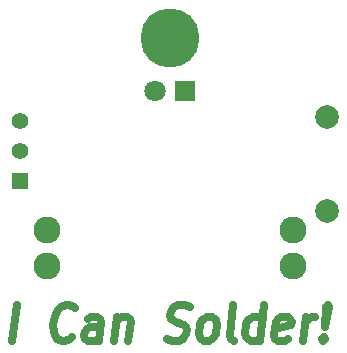
<source format=gts>
G04 #@! TF.FileFunction,Soldermask,Top*
%FSLAX46Y46*%
G04 Gerber Fmt 4.6, Leading zero omitted, Abs format (unit mm)*
G04 Created by KiCad (PCBNEW 4.0.7) date 02/23/20 08:48:36*
%MOMM*%
%LPD*%
G01*
G04 APERTURE LIST*
%ADD10C,0.100000*%
%ADD11C,0.687500*%
%ADD12C,1.800000*%
%ADD13R,1.800000X1.800000*%
%ADD14C,1.998980*%
%ADD15C,5.000000*%
%ADD16C,2.286000*%
%ADD17R,1.397000X1.397000*%
%ADD18C,1.397000*%
G04 APERTURE END LIST*
D10*
D11*
X161945268Y-100544143D02*
X162320268Y-97544143D01*
X166957172Y-100258429D02*
X166808363Y-100401286D01*
X166397649Y-100544143D01*
X166135744Y-100544143D01*
X165760744Y-100401286D01*
X165534554Y-100115571D01*
X165439316Y-99829857D01*
X165379792Y-99258429D01*
X165433364Y-98829857D01*
X165635744Y-98258429D01*
X165802411Y-97972714D01*
X166100030Y-97687000D01*
X166510744Y-97544143D01*
X166772649Y-97544143D01*
X167147649Y-97687000D01*
X167260744Y-97829857D01*
X169278601Y-100544143D02*
X169475030Y-98972714D01*
X169379792Y-98687000D01*
X169135744Y-98544143D01*
X168611935Y-98544143D01*
X168332173Y-98687000D01*
X169296458Y-100401286D02*
X169016697Y-100544143D01*
X168361935Y-100544143D01*
X168117887Y-100401286D01*
X168022650Y-100115571D01*
X168058364Y-99829857D01*
X168225030Y-99544143D01*
X168504792Y-99401286D01*
X169159554Y-99401286D01*
X169439315Y-99258429D01*
X170838125Y-98544143D02*
X170588125Y-100544143D01*
X170802411Y-98829857D02*
X170951220Y-98687000D01*
X171230982Y-98544143D01*
X171623839Y-98544143D01*
X171867887Y-98687000D01*
X171963125Y-98972714D01*
X171766696Y-100544143D01*
X175058363Y-100401286D02*
X175433363Y-100544143D01*
X176088125Y-100544143D01*
X176367886Y-100401286D01*
X176516696Y-100258429D01*
X176683363Y-99972714D01*
X176719077Y-99687000D01*
X176623839Y-99401286D01*
X176510743Y-99258429D01*
X176266697Y-99115571D01*
X175760744Y-98972714D01*
X175516696Y-98829857D01*
X175403601Y-98687000D01*
X175308363Y-98401286D01*
X175344078Y-98115571D01*
X175510744Y-97829857D01*
X175659553Y-97687000D01*
X175939315Y-97544143D01*
X176594077Y-97544143D01*
X176969077Y-97687000D01*
X178183363Y-100544143D02*
X177939315Y-100401286D01*
X177826220Y-100258429D01*
X177730983Y-99972714D01*
X177838126Y-99115571D01*
X178004792Y-98829857D01*
X178153601Y-98687000D01*
X178433363Y-98544143D01*
X178826220Y-98544143D01*
X179070268Y-98687000D01*
X179183363Y-98829857D01*
X179278602Y-99115571D01*
X179171459Y-99972714D01*
X179004791Y-100258429D01*
X178855982Y-100401286D01*
X178576220Y-100544143D01*
X178183363Y-100544143D01*
X180671458Y-100544143D02*
X180427410Y-100401286D01*
X180332173Y-100115571D01*
X180653601Y-97544143D01*
X182897648Y-100544143D02*
X183272648Y-97544143D01*
X182915505Y-100401286D02*
X182635744Y-100544143D01*
X182111934Y-100544143D01*
X181867886Y-100401286D01*
X181754791Y-100258429D01*
X181659554Y-99972714D01*
X181766697Y-99115571D01*
X181933363Y-98829857D01*
X182082172Y-98687000D01*
X182361934Y-98544143D01*
X182885744Y-98544143D01*
X183129791Y-98687000D01*
X185272648Y-100401286D02*
X184992886Y-100544143D01*
X184469077Y-100544143D01*
X184225029Y-100401286D01*
X184129792Y-100115571D01*
X184272649Y-98972714D01*
X184439315Y-98687000D01*
X184719077Y-98544143D01*
X185242886Y-98544143D01*
X185486934Y-98687000D01*
X185582172Y-98972714D01*
X185546457Y-99258429D01*
X184201220Y-99544143D01*
X186564315Y-100544143D02*
X186814315Y-98544143D01*
X186742887Y-99115571D02*
X186909553Y-98829857D01*
X187058363Y-98687000D01*
X187338124Y-98544143D01*
X187600029Y-98544143D01*
X188302410Y-100258429D02*
X188415505Y-100401286D01*
X188266696Y-100544143D01*
X188153601Y-100401286D01*
X188302410Y-100258429D01*
X188266696Y-100544143D01*
X188409553Y-99401286D02*
X188492887Y-97687000D01*
X188641696Y-97544143D01*
X188754791Y-97687000D01*
X188409553Y-99401286D01*
X188641696Y-97544143D01*
D12*
X173990000Y-79375000D03*
D13*
X176530000Y-79375000D03*
D14*
X188595000Y-81598000D03*
X188595000Y-89598000D03*
D15*
X175260000Y-74930000D03*
D16*
X185674000Y-94234000D03*
X164846000Y-94234000D03*
X185674000Y-91186000D03*
X164846000Y-91186000D03*
D17*
X162560000Y-86995000D03*
D18*
X162560000Y-84455000D03*
X162560000Y-81915000D03*
M02*

</source>
